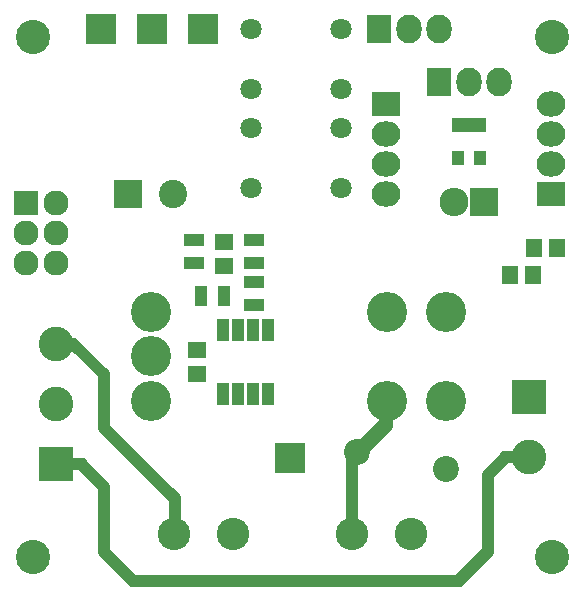
<source format=gbs>
%TF.GenerationSoftware,KiCad,Pcbnew,0.201512281231+6406~40~ubuntu14.04.1-stable*%
%TF.CreationDate,2016-01-03T22:13:40+01:00*%
%TF.ProjectId,hv,68762E6B696361645F70636200000000,rev?*%
%TF.FileFunction,Soldermask,Bot*%
%FSLAX46Y46*%
G04 Gerber Fmt 4.6, Leading zero omitted, Abs format (unit mm)*
G04 Created by KiCad (PCBNEW 0.201512281231+6406~40~ubuntu14.04.1-stable) date Son 03 Jan 2016 22:13:40 CET*
%MOMM*%
G01*
G04 APERTURE LIST*
%ADD10C,0.200000*%
%ADD11C,2.749500*%
%ADD12R,2.127200X2.127200*%
%ADD13O,2.127200X2.127200*%
%ADD14R,2.635200X2.635200*%
%ADD15R,2.940000X2.940000*%
%ADD16C,2.940000*%
%ADD17C,3.400000*%
%ADD18R,1.000000X1.950000*%
%ADD19C,2.900000*%
%ADD20R,1.650000X1.400000*%
%ADD21R,1.400000X1.650000*%
%ADD22C,2.398980*%
%ADD23R,2.398980X2.398980*%
%ADD24R,1.700000X1.100000*%
%ADD25R,1.100000X1.700000*%
%ADD26C,2.200000*%
%ADD27C,1.797000*%
%ADD28R,2.432000X2.127200*%
%ADD29O,2.432000X2.127200*%
%ADD30R,2.127200X2.432000*%
%ADD31O,2.127200X2.432000*%
%ADD32R,2.432000X2.432000*%
%ADD33O,2.432000X2.432000*%
%ADD34R,1.000000X1.300000*%
%ADD35C,0.254000*%
G04 APERTURE END LIST*
D10*
D11*
X174998740Y-110000000D03*
X170000020Y-110000000D03*
X185001260Y-110000000D03*
X189999980Y-110000000D03*
D12*
X157480000Y-82042000D03*
D13*
X160020000Y-82042000D03*
X157480000Y-84582000D03*
X160020000Y-84582000D03*
X157480000Y-87122000D03*
X160020000Y-87122000D03*
D14*
X168148000Y-67310000D03*
X172466000Y-67310000D03*
X163830000Y-67310000D03*
D15*
X200000000Y-98460000D03*
D16*
X200000000Y-103540000D03*
D17*
X168000000Y-91250000D03*
X168000000Y-95000000D03*
X168000000Y-98750000D03*
X188000000Y-91250000D03*
X188000000Y-98750000D03*
X193000000Y-91250000D03*
X193000000Y-98750000D03*
D18*
X174117000Y-92804000D03*
X175387000Y-92804000D03*
X176657000Y-92804000D03*
X177927000Y-92804000D03*
X177927000Y-98204000D03*
X176657000Y-98204000D03*
X175387000Y-98204000D03*
X174117000Y-98204000D03*
D19*
X158000000Y-112000000D03*
X158000000Y-68000000D03*
X202000000Y-68000000D03*
X202000000Y-112000000D03*
D20*
X171958000Y-94504000D03*
X171958000Y-96504000D03*
D21*
X200422000Y-85852000D03*
X202422000Y-85852000D03*
D20*
X174244000Y-85360000D03*
X174244000Y-87360000D03*
D21*
X198390000Y-88138000D03*
X200390000Y-88138000D03*
D22*
X169926000Y-81280000D03*
D23*
X166116000Y-81280000D03*
D15*
X160000000Y-104080000D03*
D16*
X160000000Y-99000000D03*
X160000000Y-93920000D03*
D24*
X171704000Y-87056000D03*
X171704000Y-85156000D03*
X176784000Y-88712000D03*
X176784000Y-90612000D03*
D25*
X174178000Y-89916000D03*
X172278000Y-89916000D03*
D24*
X176784000Y-87056000D03*
X176784000Y-85156000D03*
D26*
X193000000Y-104500000D03*
X185500000Y-103100000D03*
D14*
X179832000Y-103632000D03*
D27*
X176530000Y-72390000D03*
X176530000Y-67310000D03*
X184150000Y-72390000D03*
X184150000Y-67310000D03*
X176530000Y-80772000D03*
X176530000Y-75692000D03*
X184150000Y-80772000D03*
X184150000Y-75692000D03*
D28*
X187960000Y-73660000D03*
D29*
X187960000Y-76200000D03*
X187960000Y-78740000D03*
X187960000Y-81280000D03*
D28*
X201930000Y-81280000D03*
D29*
X201930000Y-78740000D03*
X201930000Y-76200000D03*
X201930000Y-73660000D03*
D30*
X192405000Y-71755000D03*
D31*
X194945000Y-71755000D03*
X197485000Y-71755000D03*
D32*
X196215000Y-81915000D03*
D33*
X193675000Y-81915000D03*
D34*
X195895000Y-78235000D03*
X194945000Y-75435000D03*
X193995000Y-78235000D03*
X195895000Y-75435000D03*
X193995000Y-75435000D03*
D30*
X187325000Y-67310000D03*
D31*
X189865000Y-67310000D03*
X192405000Y-67310000D03*
D35*
G36*
X188373000Y-100947394D02*
X185410197Y-103910197D01*
X185382334Y-103952211D01*
X185373000Y-104000000D01*
X185373000Y-108873000D01*
X184627000Y-108873000D01*
X184627000Y-103302606D01*
X187589803Y-100339803D01*
X187617666Y-100297789D01*
X187627000Y-100250000D01*
X187627000Y-100127000D01*
X188373000Y-100127000D01*
X188373000Y-100947394D01*
X188373000Y-100947394D01*
G37*
X188373000Y-100947394D02*
X185410197Y-103910197D01*
X185382334Y-103952211D01*
X185373000Y-104000000D01*
X185373000Y-108873000D01*
X184627000Y-108873000D01*
X184627000Y-103302606D01*
X187589803Y-100339803D01*
X187617666Y-100297789D01*
X187627000Y-100250000D01*
X187627000Y-100127000D01*
X188373000Y-100127000D01*
X188373000Y-100947394D01*
G36*
X164373000Y-96352606D02*
X164373000Y-100800000D01*
X164383006Y-100849410D01*
X164410197Y-100889803D01*
X170373000Y-106852606D01*
X170373000Y-108873000D01*
X169627000Y-108873000D01*
X169627000Y-107200000D01*
X169616994Y-107150590D01*
X169589803Y-107110197D01*
X163627000Y-101147394D01*
X163627000Y-96700000D01*
X163616994Y-96650590D01*
X163589803Y-96610197D01*
X161327000Y-94347394D01*
X161327000Y-93527000D01*
X161547394Y-93527000D01*
X164373000Y-96352606D01*
X164373000Y-96352606D01*
G37*
X164373000Y-96352606D02*
X164373000Y-100800000D01*
X164383006Y-100849410D01*
X164410197Y-100889803D01*
X170373000Y-106852606D01*
X170373000Y-108873000D01*
X169627000Y-108873000D01*
X169627000Y-107200000D01*
X169616994Y-107150590D01*
X169589803Y-107110197D01*
X163627000Y-101147394D01*
X163627000Y-96700000D01*
X163616994Y-96650590D01*
X163589803Y-96610197D01*
X161327000Y-94347394D01*
X161327000Y-93527000D01*
X161547394Y-93527000D01*
X164373000Y-96352606D01*
G36*
X198673000Y-103873000D02*
X198200000Y-103873000D01*
X198150590Y-103883006D01*
X198110197Y-103910197D01*
X196910197Y-105110197D01*
X196882334Y-105152211D01*
X196873000Y-105200000D01*
X196873000Y-111647394D01*
X194147394Y-114373000D01*
X166352606Y-114373000D01*
X163627000Y-111647394D01*
X163627000Y-106200000D01*
X163616994Y-106150590D01*
X163589803Y-106110197D01*
X161989803Y-104510197D01*
X161947789Y-104482334D01*
X161900000Y-104473000D01*
X161427000Y-104473000D01*
X161427000Y-103727000D01*
X162247394Y-103727000D01*
X164373000Y-105852606D01*
X164373000Y-111300000D01*
X164383006Y-111349410D01*
X164410197Y-111389803D01*
X166610197Y-113589803D01*
X166652211Y-113617666D01*
X166700000Y-113627000D01*
X193800000Y-113627000D01*
X193849410Y-113616994D01*
X193889803Y-113589803D01*
X196089803Y-111389803D01*
X196117666Y-111347789D01*
X196127000Y-111300000D01*
X196127000Y-104852606D01*
X197852606Y-103127000D01*
X198673000Y-103127000D01*
X198673000Y-103873000D01*
X198673000Y-103873000D01*
G37*
X198673000Y-103873000D02*
X198200000Y-103873000D01*
X198150590Y-103883006D01*
X198110197Y-103910197D01*
X196910197Y-105110197D01*
X196882334Y-105152211D01*
X196873000Y-105200000D01*
X196873000Y-111647394D01*
X194147394Y-114373000D01*
X166352606Y-114373000D01*
X163627000Y-111647394D01*
X163627000Y-106200000D01*
X163616994Y-106150590D01*
X163589803Y-106110197D01*
X161989803Y-104510197D01*
X161947789Y-104482334D01*
X161900000Y-104473000D01*
X161427000Y-104473000D01*
X161427000Y-103727000D01*
X162247394Y-103727000D01*
X164373000Y-105852606D01*
X164373000Y-111300000D01*
X164383006Y-111349410D01*
X164410197Y-111389803D01*
X166610197Y-113589803D01*
X166652211Y-113617666D01*
X166700000Y-113627000D01*
X193800000Y-113627000D01*
X193849410Y-113616994D01*
X193889803Y-113589803D01*
X196089803Y-111389803D01*
X196117666Y-111347789D01*
X196127000Y-111300000D01*
X196127000Y-104852606D01*
X197852606Y-103127000D01*
X198673000Y-103127000D01*
X198673000Y-103873000D01*
M02*

</source>
